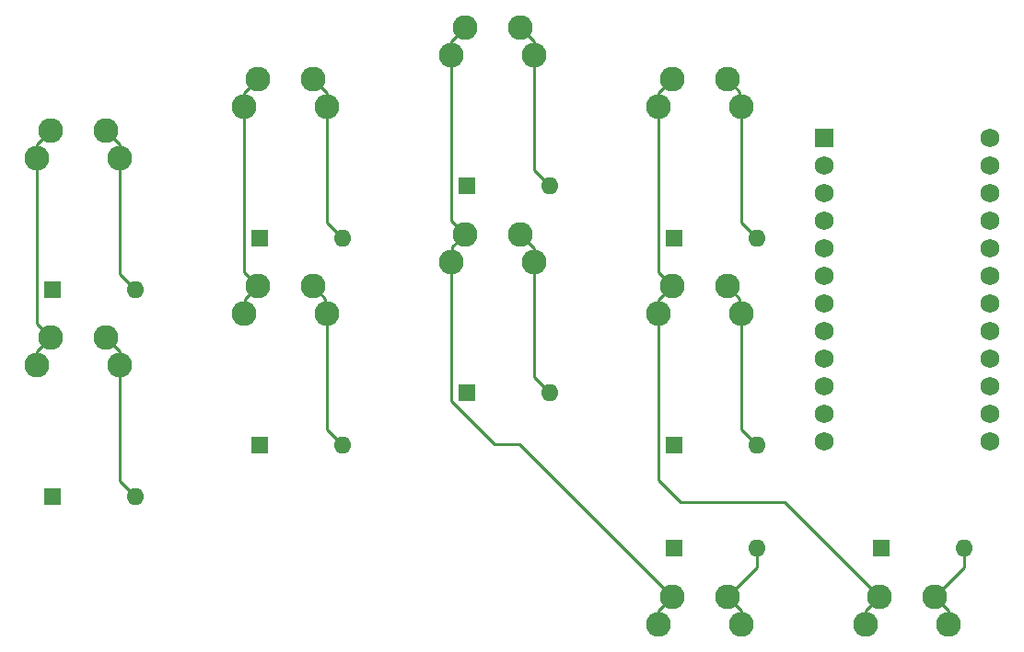
<source format=gbl>
G04 #@! TF.GenerationSoftware,KiCad,Pcbnew,(5.1.0-0)*
G04 #@! TF.CreationDate,2019-07-24T22:08:00+02:00*
G04 #@! TF.ProjectId,tutorial,7475746f-7269-4616-9c2e-6b696361645f,rev?*
G04 #@! TF.SameCoordinates,Original*
G04 #@! TF.FileFunction,Copper,L2,Bot*
G04 #@! TF.FilePolarity,Positive*
%FSLAX46Y46*%
G04 Gerber Fmt 4.6, Leading zero omitted, Abs format (unit mm)*
G04 Created by KiCad (PCBNEW (5.1.0-0)) date 2019-07-24 22:08:00*
%MOMM*%
%LPD*%
G04 APERTURE LIST*
%ADD10C,2.286000*%
%ADD11O,1.600000X1.600000*%
%ADD12R,1.600000X1.600000*%
%ADD13C,1.752600*%
%ADD14R,1.752600X1.752600*%
%ADD15C,0.250000*%
G04 APERTURE END LIST*
D10*
X148590000Y-68897500D03*
X154940000Y-66357500D03*
X149860000Y-66357500D03*
X156210000Y-68897500D03*
X129540000Y-68897500D03*
X135890000Y-66357500D03*
X130810000Y-66357500D03*
X137160000Y-68897500D03*
X129540000Y-40322500D03*
X135890000Y-37782500D03*
X130810000Y-37782500D03*
X137160000Y-40322500D03*
X110490000Y-35560000D03*
X116840000Y-33020000D03*
X111760000Y-33020000D03*
X118110000Y-35560000D03*
X91440000Y-40322500D03*
X97790000Y-37782500D03*
X92710000Y-37782500D03*
X99060000Y-40322500D03*
X72390000Y-45085000D03*
X78740000Y-42545000D03*
X73660000Y-42545000D03*
X80010000Y-45085000D03*
X129540000Y-21272500D03*
X135890000Y-18732500D03*
X130810000Y-18732500D03*
X137160000Y-21272500D03*
X110490000Y-16510000D03*
X116840000Y-13970000D03*
X111760000Y-13970000D03*
X118110000Y-16510000D03*
X91440000Y-21272500D03*
X97790000Y-18732500D03*
X92710000Y-18732500D03*
X99060000Y-21272500D03*
X72390000Y-26035000D03*
X78740000Y-23495000D03*
X73660000Y-23495000D03*
X80010000Y-26035000D03*
D11*
X157638750Y-61912500D03*
D12*
X150018750Y-61912500D03*
D11*
X138588750Y-61912500D03*
D12*
X130968750Y-61912500D03*
D11*
X138588750Y-52387500D03*
D12*
X130968750Y-52387500D03*
D11*
X119538750Y-47625000D03*
D12*
X111918750Y-47625000D03*
D11*
X100488750Y-52387500D03*
D12*
X92868750Y-52387500D03*
D11*
X81438750Y-57150000D03*
D12*
X73818750Y-57150000D03*
D11*
X138588750Y-33337500D03*
D12*
X130968750Y-33337500D03*
D11*
X119538750Y-28575000D03*
D12*
X111918750Y-28575000D03*
D11*
X100488750Y-33337500D03*
D12*
X92868750Y-33337500D03*
D11*
X81438750Y-38100000D03*
D12*
X73818750Y-38100000D03*
D13*
X160020000Y-24130000D03*
X144780000Y-52070000D03*
X160020000Y-26670000D03*
X160020000Y-29210000D03*
X160020000Y-31750000D03*
X160020000Y-34290000D03*
X160020000Y-36830000D03*
X160020000Y-39370000D03*
X160020000Y-41910000D03*
X160020000Y-44450000D03*
X160020000Y-46990000D03*
X160020000Y-49530000D03*
X160020000Y-52070000D03*
X144780000Y-49530000D03*
X144780000Y-46990000D03*
X144780000Y-44450000D03*
X144780000Y-41910000D03*
X144780000Y-39370000D03*
X144780000Y-36830000D03*
X144780000Y-34290000D03*
X144780000Y-31750000D03*
X144780000Y-29210000D03*
X144780000Y-26670000D03*
D14*
X144780000Y-24130000D03*
D15*
X110490000Y-15240000D02*
X110490000Y-16510000D01*
X111760000Y-13970000D02*
X110490000Y-15240000D01*
X110617001Y-34162999D02*
X110617001Y-35432999D01*
X110617001Y-35432999D02*
X110490000Y-35560000D01*
X111760000Y-33020000D02*
X110617001Y-34162999D01*
X129540000Y-67627500D02*
X129540000Y-68897500D01*
X130810000Y-66357500D02*
X129540000Y-67627500D01*
X110490000Y-31750000D02*
X111760000Y-33020000D01*
X110490000Y-16510000D02*
X110490000Y-31750000D01*
X116776500Y-52324000D02*
X130810000Y-66357500D01*
X114432748Y-52324000D02*
X116776500Y-52324000D01*
X110490000Y-48381252D02*
X114432748Y-52324000D01*
X110490000Y-35560000D02*
X110490000Y-48381252D01*
X129540000Y-20002500D02*
X129540000Y-21272500D01*
X130810000Y-18732500D02*
X129540000Y-20002500D01*
X129540000Y-39052500D02*
X129540000Y-40322500D01*
X130810000Y-37782500D02*
X129540000Y-39052500D01*
X148590000Y-67627500D02*
X148590000Y-68897500D01*
X149860000Y-66357500D02*
X148590000Y-67627500D01*
X129540000Y-36512500D02*
X130810000Y-37782500D01*
X129540000Y-21272500D02*
X129540000Y-36512500D01*
X141160500Y-57658000D02*
X149860000Y-66357500D01*
X131572000Y-57658000D02*
X141160500Y-57658000D01*
X129540000Y-55626000D02*
X131572000Y-57658000D01*
X129540000Y-40322500D02*
X129540000Y-55626000D01*
X72390000Y-24765000D02*
X72390000Y-26035000D01*
X73660000Y-23495000D02*
X72390000Y-24765000D01*
X72390000Y-43815000D02*
X72390000Y-45085000D01*
X73660000Y-42545000D02*
X72390000Y-43815000D01*
X72390000Y-41275000D02*
X73660000Y-42545000D01*
X72390000Y-26035000D02*
X72390000Y-41275000D01*
X91440000Y-20002500D02*
X91440000Y-21272500D01*
X92710000Y-18732500D02*
X91440000Y-20002500D01*
X91567001Y-40195499D02*
X91440000Y-40322500D01*
X91567001Y-38925499D02*
X91567001Y-40195499D01*
X92710000Y-37782500D02*
X91567001Y-38925499D01*
X91440000Y-36512500D02*
X92710000Y-37782500D01*
X91440000Y-21272500D02*
X91440000Y-36512500D01*
X80010000Y-24765000D02*
X80010000Y-26035000D01*
X78740000Y-23495000D02*
X80010000Y-24765000D01*
X80010000Y-36671250D02*
X81438750Y-38100000D01*
X80010000Y-26035000D02*
X80010000Y-36671250D01*
X99060000Y-20002500D02*
X99060000Y-21272500D01*
X97790000Y-18732500D02*
X99060000Y-20002500D01*
X99060000Y-31908750D02*
X100488750Y-33337500D01*
X99060000Y-21272500D02*
X99060000Y-31908750D01*
X118110000Y-15240000D02*
X118110000Y-16510000D01*
X116840000Y-13970000D02*
X118110000Y-15240000D01*
X118110000Y-27146250D02*
X119538750Y-28575000D01*
X118110000Y-16510000D02*
X118110000Y-27146250D01*
X137032999Y-19875499D02*
X137032999Y-21145499D01*
X137032999Y-21145499D02*
X137160000Y-21272500D01*
X135890000Y-18732500D02*
X137032999Y-19875499D01*
X137160000Y-31908750D02*
X138588750Y-33337500D01*
X137160000Y-21272500D02*
X137160000Y-31908750D01*
X80010000Y-43815000D02*
X80010000Y-45085000D01*
X78740000Y-42545000D02*
X80010000Y-43815000D01*
X80010000Y-55721250D02*
X81438750Y-57150000D01*
X80010000Y-45085000D02*
X80010000Y-55721250D01*
X98932999Y-40195499D02*
X99060000Y-40322500D01*
X98932999Y-38925499D02*
X98932999Y-40195499D01*
X97790000Y-37782500D02*
X98932999Y-38925499D01*
X99060000Y-50958750D02*
X100488750Y-52387500D01*
X99060000Y-40322500D02*
X99060000Y-50958750D01*
X118110000Y-34290000D02*
X118110000Y-35560000D01*
X116840000Y-33020000D02*
X118110000Y-34290000D01*
X118110000Y-46196250D02*
X119538750Y-47625000D01*
X118110000Y-35560000D02*
X118110000Y-46196250D01*
X137032999Y-40195499D02*
X137160000Y-40322500D01*
X137032999Y-38925499D02*
X137032999Y-40195499D01*
X135890000Y-37782500D02*
X137032999Y-38925499D01*
X137160000Y-50958750D02*
X138588750Y-52387500D01*
X137160000Y-40322500D02*
X137160000Y-50958750D01*
X137160000Y-67627500D02*
X137160000Y-68897500D01*
X135890000Y-66357500D02*
X137160000Y-67627500D01*
X138588750Y-63658750D02*
X138588750Y-61912500D01*
X135890000Y-66357500D02*
X138588750Y-63658750D01*
X156210000Y-67627500D02*
X156210000Y-68897500D01*
X154940000Y-66357500D02*
X156210000Y-67627500D01*
X157638750Y-63658750D02*
X157638750Y-61912500D01*
X154940000Y-66357500D02*
X157638750Y-63658750D01*
M02*

</source>
